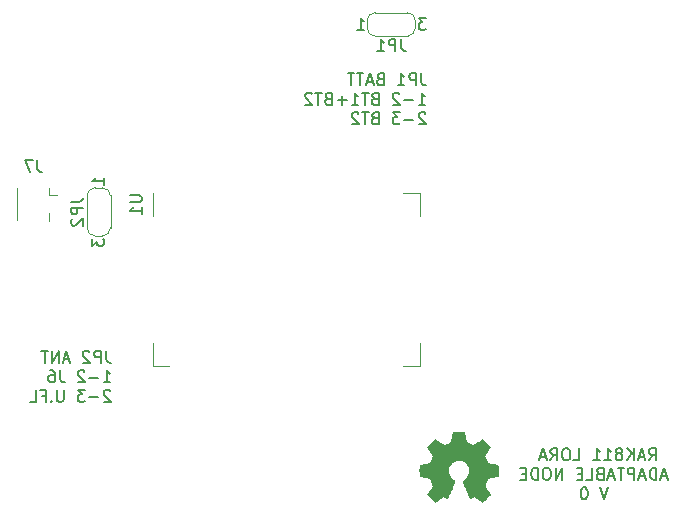
<source format=gbr>
G04 #@! TF.GenerationSoftware,KiCad,Pcbnew,5.1.5-52549c5~86~ubuntu18.04.1*
G04 #@! TF.CreationDate,2020-08-17T23:59:02-05:00*
G04 #@! TF.ProjectId,RAK811_LORA_ADAPTABLE_NODE,52414b38-3131-45f4-9c4f-52415f414441,rev?*
G04 #@! TF.SameCoordinates,Original*
G04 #@! TF.FileFunction,Legend,Bot*
G04 #@! TF.FilePolarity,Positive*
%FSLAX46Y46*%
G04 Gerber Fmt 4.6, Leading zero omitted, Abs format (unit mm)*
G04 Created by KiCad (PCBNEW 5.1.5-52549c5~86~ubuntu18.04.1) date 2020-08-17 23:59:02*
%MOMM*%
%LPD*%
G04 APERTURE LIST*
%ADD10C,0.150000*%
%ADD11C,0.010000*%
%ADD12C,0.120000*%
%ADD13O,1.802000X1.802000*%
%ADD14C,1.802000*%
%ADD15C,2.502000*%
%ADD16R,2.502000X2.502000*%
%ADD17C,2.102000*%
%ADD18C,2.742000*%
%ADD19R,1.602000X1.102000*%
%ADD20C,0.100000*%
%ADD21R,2.302000X1.152000*%
%ADD22R,1.152000X1.102000*%
%ADD23R,1.302000X2.102000*%
%ADD24R,2.102000X1.302000*%
%ADD25R,1.102000X1.602000*%
%ADD26C,3.102000*%
G04 APERTURE END LIST*
D10*
X153891666Y-139772380D02*
X154225000Y-139296190D01*
X154463095Y-139772380D02*
X154463095Y-138772380D01*
X154082142Y-138772380D01*
X153986904Y-138820000D01*
X153939285Y-138867619D01*
X153891666Y-138962857D01*
X153891666Y-139105714D01*
X153939285Y-139200952D01*
X153986904Y-139248571D01*
X154082142Y-139296190D01*
X154463095Y-139296190D01*
X153510714Y-139486666D02*
X153034523Y-139486666D01*
X153605952Y-139772380D02*
X153272619Y-138772380D01*
X152939285Y-139772380D01*
X152605952Y-139772380D02*
X152605952Y-138772380D01*
X152034523Y-139772380D02*
X152463095Y-139200952D01*
X152034523Y-138772380D02*
X152605952Y-139343809D01*
X151463095Y-139200952D02*
X151558333Y-139153333D01*
X151605952Y-139105714D01*
X151653571Y-139010476D01*
X151653571Y-138962857D01*
X151605952Y-138867619D01*
X151558333Y-138820000D01*
X151463095Y-138772380D01*
X151272619Y-138772380D01*
X151177380Y-138820000D01*
X151129761Y-138867619D01*
X151082142Y-138962857D01*
X151082142Y-139010476D01*
X151129761Y-139105714D01*
X151177380Y-139153333D01*
X151272619Y-139200952D01*
X151463095Y-139200952D01*
X151558333Y-139248571D01*
X151605952Y-139296190D01*
X151653571Y-139391428D01*
X151653571Y-139581904D01*
X151605952Y-139677142D01*
X151558333Y-139724761D01*
X151463095Y-139772380D01*
X151272619Y-139772380D01*
X151177380Y-139724761D01*
X151129761Y-139677142D01*
X151082142Y-139581904D01*
X151082142Y-139391428D01*
X151129761Y-139296190D01*
X151177380Y-139248571D01*
X151272619Y-139200952D01*
X150129761Y-139772380D02*
X150701190Y-139772380D01*
X150415476Y-139772380D02*
X150415476Y-138772380D01*
X150510714Y-138915238D01*
X150605952Y-139010476D01*
X150701190Y-139058095D01*
X149177380Y-139772380D02*
X149748809Y-139772380D01*
X149463095Y-139772380D02*
X149463095Y-138772380D01*
X149558333Y-138915238D01*
X149653571Y-139010476D01*
X149748809Y-139058095D01*
X147510714Y-139772380D02*
X147986904Y-139772380D01*
X147986904Y-138772380D01*
X146986904Y-138772380D02*
X146796428Y-138772380D01*
X146701190Y-138820000D01*
X146605952Y-138915238D01*
X146558333Y-139105714D01*
X146558333Y-139439047D01*
X146605952Y-139629523D01*
X146701190Y-139724761D01*
X146796428Y-139772380D01*
X146986904Y-139772380D01*
X147082142Y-139724761D01*
X147177380Y-139629523D01*
X147225000Y-139439047D01*
X147225000Y-139105714D01*
X147177380Y-138915238D01*
X147082142Y-138820000D01*
X146986904Y-138772380D01*
X145558333Y-139772380D02*
X145891666Y-139296190D01*
X146129761Y-139772380D02*
X146129761Y-138772380D01*
X145748809Y-138772380D01*
X145653571Y-138820000D01*
X145605952Y-138867619D01*
X145558333Y-138962857D01*
X145558333Y-139105714D01*
X145605952Y-139200952D01*
X145653571Y-139248571D01*
X145748809Y-139296190D01*
X146129761Y-139296190D01*
X145177380Y-139486666D02*
X144701190Y-139486666D01*
X145272619Y-139772380D02*
X144939285Y-138772380D01*
X144605952Y-139772380D01*
X155439285Y-141136666D02*
X154963095Y-141136666D01*
X155534523Y-141422380D02*
X155201190Y-140422380D01*
X154867857Y-141422380D01*
X154534523Y-141422380D02*
X154534523Y-140422380D01*
X154296428Y-140422380D01*
X154153571Y-140470000D01*
X154058333Y-140565238D01*
X154010714Y-140660476D01*
X153963095Y-140850952D01*
X153963095Y-140993809D01*
X154010714Y-141184285D01*
X154058333Y-141279523D01*
X154153571Y-141374761D01*
X154296428Y-141422380D01*
X154534523Y-141422380D01*
X153582142Y-141136666D02*
X153105952Y-141136666D01*
X153677380Y-141422380D02*
X153344047Y-140422380D01*
X153010714Y-141422380D01*
X152677380Y-141422380D02*
X152677380Y-140422380D01*
X152296428Y-140422380D01*
X152201190Y-140470000D01*
X152153571Y-140517619D01*
X152105952Y-140612857D01*
X152105952Y-140755714D01*
X152153571Y-140850952D01*
X152201190Y-140898571D01*
X152296428Y-140946190D01*
X152677380Y-140946190D01*
X151820238Y-140422380D02*
X151248809Y-140422380D01*
X151534523Y-141422380D02*
X151534523Y-140422380D01*
X150963095Y-141136666D02*
X150486904Y-141136666D01*
X151058333Y-141422380D02*
X150725000Y-140422380D01*
X150391666Y-141422380D01*
X149725000Y-140898571D02*
X149582142Y-140946190D01*
X149534523Y-140993809D01*
X149486904Y-141089047D01*
X149486904Y-141231904D01*
X149534523Y-141327142D01*
X149582142Y-141374761D01*
X149677380Y-141422380D01*
X150058333Y-141422380D01*
X150058333Y-140422380D01*
X149725000Y-140422380D01*
X149629761Y-140470000D01*
X149582142Y-140517619D01*
X149534523Y-140612857D01*
X149534523Y-140708095D01*
X149582142Y-140803333D01*
X149629761Y-140850952D01*
X149725000Y-140898571D01*
X150058333Y-140898571D01*
X148582142Y-141422380D02*
X149058333Y-141422380D01*
X149058333Y-140422380D01*
X148248809Y-140898571D02*
X147915476Y-140898571D01*
X147772619Y-141422380D02*
X148248809Y-141422380D01*
X148248809Y-140422380D01*
X147772619Y-140422380D01*
X146582142Y-141422380D02*
X146582142Y-140422380D01*
X146010714Y-141422380D01*
X146010714Y-140422380D01*
X145344047Y-140422380D02*
X145153571Y-140422380D01*
X145058333Y-140470000D01*
X144963095Y-140565238D01*
X144915476Y-140755714D01*
X144915476Y-141089047D01*
X144963095Y-141279523D01*
X145058333Y-141374761D01*
X145153571Y-141422380D01*
X145344047Y-141422380D01*
X145439285Y-141374761D01*
X145534523Y-141279523D01*
X145582142Y-141089047D01*
X145582142Y-140755714D01*
X145534523Y-140565238D01*
X145439285Y-140470000D01*
X145344047Y-140422380D01*
X144486904Y-141422380D02*
X144486904Y-140422380D01*
X144248809Y-140422380D01*
X144105952Y-140470000D01*
X144010714Y-140565238D01*
X143963095Y-140660476D01*
X143915476Y-140850952D01*
X143915476Y-140993809D01*
X143963095Y-141184285D01*
X144010714Y-141279523D01*
X144105952Y-141374761D01*
X144248809Y-141422380D01*
X144486904Y-141422380D01*
X143486904Y-140898571D02*
X143153571Y-140898571D01*
X143010714Y-141422380D02*
X143486904Y-141422380D01*
X143486904Y-140422380D01*
X143010714Y-140422380D01*
X150415476Y-142072380D02*
X150082142Y-143072380D01*
X149748809Y-142072380D01*
X148463095Y-142072380D02*
X148367857Y-142072380D01*
X148272619Y-142120000D01*
X148225000Y-142167619D01*
X148177380Y-142262857D01*
X148129761Y-142453333D01*
X148129761Y-142691428D01*
X148177380Y-142881904D01*
X148225000Y-142977142D01*
X148272619Y-143024761D01*
X148367857Y-143072380D01*
X148463095Y-143072380D01*
X148558333Y-143024761D01*
X148605952Y-142977142D01*
X148653571Y-142881904D01*
X148701190Y-142691428D01*
X148701190Y-142453333D01*
X148653571Y-142262857D01*
X148605952Y-142167619D01*
X148558333Y-142120000D01*
X148463095Y-142072380D01*
X134633690Y-107022380D02*
X134633690Y-107736666D01*
X134681309Y-107879523D01*
X134776547Y-107974761D01*
X134919404Y-108022380D01*
X135014642Y-108022380D01*
X134157500Y-108022380D02*
X134157500Y-107022380D01*
X133776547Y-107022380D01*
X133681309Y-107070000D01*
X133633690Y-107117619D01*
X133586071Y-107212857D01*
X133586071Y-107355714D01*
X133633690Y-107450952D01*
X133681309Y-107498571D01*
X133776547Y-107546190D01*
X134157500Y-107546190D01*
X132633690Y-108022380D02*
X133205119Y-108022380D01*
X132919404Y-108022380D02*
X132919404Y-107022380D01*
X133014642Y-107165238D01*
X133109880Y-107260476D01*
X133205119Y-107308095D01*
X131109880Y-107498571D02*
X130967023Y-107546190D01*
X130919404Y-107593809D01*
X130871785Y-107689047D01*
X130871785Y-107831904D01*
X130919404Y-107927142D01*
X130967023Y-107974761D01*
X131062261Y-108022380D01*
X131443214Y-108022380D01*
X131443214Y-107022380D01*
X131109880Y-107022380D01*
X131014642Y-107070000D01*
X130967023Y-107117619D01*
X130919404Y-107212857D01*
X130919404Y-107308095D01*
X130967023Y-107403333D01*
X131014642Y-107450952D01*
X131109880Y-107498571D01*
X131443214Y-107498571D01*
X130490833Y-107736666D02*
X130014642Y-107736666D01*
X130586071Y-108022380D02*
X130252738Y-107022380D01*
X129919404Y-108022380D01*
X129728928Y-107022380D02*
X129157500Y-107022380D01*
X129443214Y-108022380D02*
X129443214Y-107022380D01*
X128967023Y-107022380D02*
X128395595Y-107022380D01*
X128681309Y-108022380D02*
X128681309Y-107022380D01*
X134395595Y-109672380D02*
X134967023Y-109672380D01*
X134681309Y-109672380D02*
X134681309Y-108672380D01*
X134776547Y-108815238D01*
X134871785Y-108910476D01*
X134967023Y-108958095D01*
X133967023Y-109291428D02*
X133205119Y-109291428D01*
X132776547Y-108767619D02*
X132728928Y-108720000D01*
X132633690Y-108672380D01*
X132395595Y-108672380D01*
X132300357Y-108720000D01*
X132252738Y-108767619D01*
X132205119Y-108862857D01*
X132205119Y-108958095D01*
X132252738Y-109100952D01*
X132824166Y-109672380D01*
X132205119Y-109672380D01*
X130681309Y-109148571D02*
X130538452Y-109196190D01*
X130490833Y-109243809D01*
X130443214Y-109339047D01*
X130443214Y-109481904D01*
X130490833Y-109577142D01*
X130538452Y-109624761D01*
X130633690Y-109672380D01*
X131014642Y-109672380D01*
X131014642Y-108672380D01*
X130681309Y-108672380D01*
X130586071Y-108720000D01*
X130538452Y-108767619D01*
X130490833Y-108862857D01*
X130490833Y-108958095D01*
X130538452Y-109053333D01*
X130586071Y-109100952D01*
X130681309Y-109148571D01*
X131014642Y-109148571D01*
X130157500Y-108672380D02*
X129586071Y-108672380D01*
X129871785Y-109672380D02*
X129871785Y-108672380D01*
X128728928Y-109672380D02*
X129300357Y-109672380D01*
X129014642Y-109672380D02*
X129014642Y-108672380D01*
X129109880Y-108815238D01*
X129205119Y-108910476D01*
X129300357Y-108958095D01*
X128300357Y-109291428D02*
X127538452Y-109291428D01*
X127919404Y-109672380D02*
X127919404Y-108910476D01*
X126728928Y-109148571D02*
X126586071Y-109196190D01*
X126538452Y-109243809D01*
X126490833Y-109339047D01*
X126490833Y-109481904D01*
X126538452Y-109577142D01*
X126586071Y-109624761D01*
X126681309Y-109672380D01*
X127062261Y-109672380D01*
X127062261Y-108672380D01*
X126728928Y-108672380D01*
X126633690Y-108720000D01*
X126586071Y-108767619D01*
X126538452Y-108862857D01*
X126538452Y-108958095D01*
X126586071Y-109053333D01*
X126633690Y-109100952D01*
X126728928Y-109148571D01*
X127062261Y-109148571D01*
X126205119Y-108672380D02*
X125633690Y-108672380D01*
X125919404Y-109672380D02*
X125919404Y-108672380D01*
X125347976Y-108767619D02*
X125300357Y-108720000D01*
X125205119Y-108672380D01*
X124967023Y-108672380D01*
X124871785Y-108720000D01*
X124824166Y-108767619D01*
X124776547Y-108862857D01*
X124776547Y-108958095D01*
X124824166Y-109100952D01*
X125395595Y-109672380D01*
X124776547Y-109672380D01*
X134967023Y-110417619D02*
X134919404Y-110370000D01*
X134824166Y-110322380D01*
X134586071Y-110322380D01*
X134490833Y-110370000D01*
X134443214Y-110417619D01*
X134395595Y-110512857D01*
X134395595Y-110608095D01*
X134443214Y-110750952D01*
X135014642Y-111322380D01*
X134395595Y-111322380D01*
X133967023Y-110941428D02*
X133205119Y-110941428D01*
X132824166Y-110322380D02*
X132205119Y-110322380D01*
X132538452Y-110703333D01*
X132395595Y-110703333D01*
X132300357Y-110750952D01*
X132252738Y-110798571D01*
X132205119Y-110893809D01*
X132205119Y-111131904D01*
X132252738Y-111227142D01*
X132300357Y-111274761D01*
X132395595Y-111322380D01*
X132681309Y-111322380D01*
X132776547Y-111274761D01*
X132824166Y-111227142D01*
X130681309Y-110798571D02*
X130538452Y-110846190D01*
X130490833Y-110893809D01*
X130443214Y-110989047D01*
X130443214Y-111131904D01*
X130490833Y-111227142D01*
X130538452Y-111274761D01*
X130633690Y-111322380D01*
X131014642Y-111322380D01*
X131014642Y-110322380D01*
X130681309Y-110322380D01*
X130586071Y-110370000D01*
X130538452Y-110417619D01*
X130490833Y-110512857D01*
X130490833Y-110608095D01*
X130538452Y-110703333D01*
X130586071Y-110750952D01*
X130681309Y-110798571D01*
X131014642Y-110798571D01*
X130157500Y-110322380D02*
X129586071Y-110322380D01*
X129871785Y-111322380D02*
X129871785Y-110322380D01*
X129300357Y-110417619D02*
X129252738Y-110370000D01*
X129157500Y-110322380D01*
X128919404Y-110322380D01*
X128824166Y-110370000D01*
X128776547Y-110417619D01*
X128728928Y-110512857D01*
X128728928Y-110608095D01*
X128776547Y-110750952D01*
X129347976Y-111322380D01*
X128728928Y-111322380D01*
X107963690Y-130517380D02*
X107963690Y-131231666D01*
X108011309Y-131374523D01*
X108106547Y-131469761D01*
X108249404Y-131517380D01*
X108344642Y-131517380D01*
X107487500Y-131517380D02*
X107487500Y-130517380D01*
X107106547Y-130517380D01*
X107011309Y-130565000D01*
X106963690Y-130612619D01*
X106916071Y-130707857D01*
X106916071Y-130850714D01*
X106963690Y-130945952D01*
X107011309Y-130993571D01*
X107106547Y-131041190D01*
X107487500Y-131041190D01*
X106535119Y-130612619D02*
X106487500Y-130565000D01*
X106392261Y-130517380D01*
X106154166Y-130517380D01*
X106058928Y-130565000D01*
X106011309Y-130612619D01*
X105963690Y-130707857D01*
X105963690Y-130803095D01*
X106011309Y-130945952D01*
X106582738Y-131517380D01*
X105963690Y-131517380D01*
X104820833Y-131231666D02*
X104344642Y-131231666D01*
X104916071Y-131517380D02*
X104582738Y-130517380D01*
X104249404Y-131517380D01*
X103916071Y-131517380D02*
X103916071Y-130517380D01*
X103344642Y-131517380D01*
X103344642Y-130517380D01*
X103011309Y-130517380D02*
X102439880Y-130517380D01*
X102725595Y-131517380D02*
X102725595Y-130517380D01*
X107725595Y-133167380D02*
X108297023Y-133167380D01*
X108011309Y-133167380D02*
X108011309Y-132167380D01*
X108106547Y-132310238D01*
X108201785Y-132405476D01*
X108297023Y-132453095D01*
X107297023Y-132786428D02*
X106535119Y-132786428D01*
X106106547Y-132262619D02*
X106058928Y-132215000D01*
X105963690Y-132167380D01*
X105725595Y-132167380D01*
X105630357Y-132215000D01*
X105582738Y-132262619D01*
X105535119Y-132357857D01*
X105535119Y-132453095D01*
X105582738Y-132595952D01*
X106154166Y-133167380D01*
X105535119Y-133167380D01*
X104058928Y-132167380D02*
X104058928Y-132881666D01*
X104106547Y-133024523D01*
X104201785Y-133119761D01*
X104344642Y-133167380D01*
X104439880Y-133167380D01*
X103154166Y-132167380D02*
X103344642Y-132167380D01*
X103439880Y-132215000D01*
X103487500Y-132262619D01*
X103582738Y-132405476D01*
X103630357Y-132595952D01*
X103630357Y-132976904D01*
X103582738Y-133072142D01*
X103535119Y-133119761D01*
X103439880Y-133167380D01*
X103249404Y-133167380D01*
X103154166Y-133119761D01*
X103106547Y-133072142D01*
X103058928Y-132976904D01*
X103058928Y-132738809D01*
X103106547Y-132643571D01*
X103154166Y-132595952D01*
X103249404Y-132548333D01*
X103439880Y-132548333D01*
X103535119Y-132595952D01*
X103582738Y-132643571D01*
X103630357Y-132738809D01*
X108297023Y-133912619D02*
X108249404Y-133865000D01*
X108154166Y-133817380D01*
X107916071Y-133817380D01*
X107820833Y-133865000D01*
X107773214Y-133912619D01*
X107725595Y-134007857D01*
X107725595Y-134103095D01*
X107773214Y-134245952D01*
X108344642Y-134817380D01*
X107725595Y-134817380D01*
X107297023Y-134436428D02*
X106535119Y-134436428D01*
X106154166Y-133817380D02*
X105535119Y-133817380D01*
X105868452Y-134198333D01*
X105725595Y-134198333D01*
X105630357Y-134245952D01*
X105582738Y-134293571D01*
X105535119Y-134388809D01*
X105535119Y-134626904D01*
X105582738Y-134722142D01*
X105630357Y-134769761D01*
X105725595Y-134817380D01*
X106011309Y-134817380D01*
X106106547Y-134769761D01*
X106154166Y-134722142D01*
X104344642Y-133817380D02*
X104344642Y-134626904D01*
X104297023Y-134722142D01*
X104249404Y-134769761D01*
X104154166Y-134817380D01*
X103963690Y-134817380D01*
X103868452Y-134769761D01*
X103820833Y-134722142D01*
X103773214Y-134626904D01*
X103773214Y-133817380D01*
X103297023Y-134722142D02*
X103249404Y-134769761D01*
X103297023Y-134817380D01*
X103344642Y-134769761D01*
X103297023Y-134722142D01*
X103297023Y-134817380D01*
X102487500Y-134293571D02*
X102820833Y-134293571D01*
X102820833Y-134817380D02*
X102820833Y-133817380D01*
X102344642Y-133817380D01*
X101487500Y-134817380D02*
X101963690Y-134817380D01*
X101963690Y-133817380D01*
D11*
G36*
X137239186Y-137803931D02*
G01*
X137155365Y-138248555D01*
X136846080Y-138376053D01*
X136536794Y-138503551D01*
X136165754Y-138251246D01*
X136061843Y-138180996D01*
X135967913Y-138118272D01*
X135888348Y-138065938D01*
X135827530Y-138026857D01*
X135789843Y-138003893D01*
X135779579Y-137998942D01*
X135761090Y-138011676D01*
X135721580Y-138046882D01*
X135665478Y-138100062D01*
X135597213Y-138166718D01*
X135521214Y-138242354D01*
X135441908Y-138322472D01*
X135363725Y-138402574D01*
X135291093Y-138478164D01*
X135228441Y-138544745D01*
X135180197Y-138597818D01*
X135150790Y-138632887D01*
X135143759Y-138644623D01*
X135153877Y-138666260D01*
X135182241Y-138713662D01*
X135225871Y-138782193D01*
X135281782Y-138867215D01*
X135346994Y-138964093D01*
X135384781Y-139019350D01*
X135453657Y-139120248D01*
X135514860Y-139211299D01*
X135565422Y-139287970D01*
X135602372Y-139345728D01*
X135622742Y-139380043D01*
X135625803Y-139387254D01*
X135618864Y-139407748D01*
X135599949Y-139455513D01*
X135571913Y-139523832D01*
X135537609Y-139605989D01*
X135499891Y-139695270D01*
X135461613Y-139784958D01*
X135425630Y-139868338D01*
X135394794Y-139938694D01*
X135371961Y-139989310D01*
X135359983Y-140013471D01*
X135359276Y-140014422D01*
X135340469Y-140019036D01*
X135290382Y-140029328D01*
X135214207Y-140044287D01*
X135117135Y-140062901D01*
X135004357Y-140084159D01*
X134938558Y-140096418D01*
X134818050Y-140119362D01*
X134709203Y-140141195D01*
X134617524Y-140160722D01*
X134548519Y-140176748D01*
X134507696Y-140188079D01*
X134499489Y-140191674D01*
X134491452Y-140216006D01*
X134484967Y-140270959D01*
X134480030Y-140350108D01*
X134476636Y-140447026D01*
X134474782Y-140555287D01*
X134474462Y-140668465D01*
X134475673Y-140780135D01*
X134478410Y-140883868D01*
X134482669Y-140973241D01*
X134488445Y-141041826D01*
X134495733Y-141083197D01*
X134500105Y-141091810D01*
X134526236Y-141102133D01*
X134581607Y-141116892D01*
X134658893Y-141134352D01*
X134750770Y-141152780D01*
X134782842Y-141158741D01*
X134937476Y-141187066D01*
X135059625Y-141209876D01*
X135153327Y-141228080D01*
X135222616Y-141242583D01*
X135271529Y-141254292D01*
X135304103Y-141264115D01*
X135324372Y-141272956D01*
X135336374Y-141281724D01*
X135338053Y-141283457D01*
X135354816Y-141311371D01*
X135380386Y-141365695D01*
X135412212Y-141439777D01*
X135447740Y-141526965D01*
X135484417Y-141620608D01*
X135519689Y-141714052D01*
X135551004Y-141800647D01*
X135575807Y-141873740D01*
X135591546Y-141926678D01*
X135595668Y-141952811D01*
X135595324Y-141953726D01*
X135581359Y-141975086D01*
X135549678Y-142022084D01*
X135503609Y-142089827D01*
X135446482Y-142173423D01*
X135381627Y-142267982D01*
X135363157Y-142294854D01*
X135297301Y-142392275D01*
X135239350Y-142481163D01*
X135192462Y-142556412D01*
X135159793Y-142612920D01*
X135144500Y-142645581D01*
X135143759Y-142649593D01*
X135156608Y-142670684D01*
X135192112Y-142712464D01*
X135245707Y-142770445D01*
X135312829Y-142840135D01*
X135388913Y-142917045D01*
X135469396Y-142996683D01*
X135549713Y-143074561D01*
X135625301Y-143146186D01*
X135691595Y-143207070D01*
X135744031Y-143252721D01*
X135778045Y-143278650D01*
X135787455Y-143282883D01*
X135809357Y-143272912D01*
X135854200Y-143246020D01*
X135914679Y-143206736D01*
X135961211Y-143175117D01*
X136045525Y-143117098D01*
X136145374Y-143048784D01*
X136245527Y-142980579D01*
X136299373Y-142944075D01*
X136481629Y-142820800D01*
X136634619Y-142903520D01*
X136704318Y-142939759D01*
X136763586Y-142967926D01*
X136803689Y-142983991D01*
X136813897Y-142986226D01*
X136826171Y-142969722D01*
X136850387Y-142923082D01*
X136884737Y-142850609D01*
X136927412Y-142756606D01*
X136976606Y-142645374D01*
X137030510Y-142521215D01*
X137087316Y-142388432D01*
X137145218Y-142251327D01*
X137202407Y-142114202D01*
X137257076Y-141981358D01*
X137307416Y-141857098D01*
X137351620Y-141745725D01*
X137387881Y-141651539D01*
X137414391Y-141578844D01*
X137429342Y-141531941D01*
X137431746Y-141515833D01*
X137412689Y-141495286D01*
X137370964Y-141461933D01*
X137315294Y-141422702D01*
X137310622Y-141419599D01*
X137166736Y-141304423D01*
X137050717Y-141170053D01*
X136963570Y-141020784D01*
X136906301Y-140860913D01*
X136879914Y-140694737D01*
X136885415Y-140526552D01*
X136923810Y-140360655D01*
X136996105Y-140201342D01*
X137017374Y-140166487D01*
X137128004Y-140025737D01*
X137258698Y-139912714D01*
X137404936Y-139828003D01*
X137562192Y-139772194D01*
X137725943Y-139745874D01*
X137891667Y-139749630D01*
X138054838Y-139784050D01*
X138210935Y-139849723D01*
X138355433Y-139947235D01*
X138400131Y-139986813D01*
X138513888Y-140110703D01*
X138596782Y-140241124D01*
X138653644Y-140387315D01*
X138685313Y-140532088D01*
X138693131Y-140694860D01*
X138667062Y-140858440D01*
X138609755Y-141017298D01*
X138523856Y-141165906D01*
X138412014Y-141298735D01*
X138276877Y-141410256D01*
X138259117Y-141422011D01*
X138202850Y-141460508D01*
X138160077Y-141493863D01*
X138139628Y-141515160D01*
X138139331Y-141515833D01*
X138143721Y-141538871D01*
X138161124Y-141591157D01*
X138189732Y-141668390D01*
X138227735Y-141766268D01*
X138273326Y-141880491D01*
X138324697Y-142006758D01*
X138380038Y-142140767D01*
X138437542Y-142278218D01*
X138495399Y-142414808D01*
X138551802Y-142546237D01*
X138604942Y-142668205D01*
X138653010Y-142776409D01*
X138694199Y-142866549D01*
X138726699Y-142934323D01*
X138748703Y-142975430D01*
X138757564Y-142986226D01*
X138784640Y-142977819D01*
X138835303Y-142955272D01*
X138900817Y-142922613D01*
X138936841Y-142903520D01*
X139089832Y-142820800D01*
X139272088Y-142944075D01*
X139365125Y-143007228D01*
X139466985Y-143076727D01*
X139562438Y-143142165D01*
X139610250Y-143175117D01*
X139677495Y-143220273D01*
X139734436Y-143256057D01*
X139773646Y-143277938D01*
X139786381Y-143282563D01*
X139804917Y-143270085D01*
X139845941Y-143235252D01*
X139905475Y-143181678D01*
X139979542Y-143112983D01*
X140064165Y-143032781D01*
X140117685Y-142981286D01*
X140211319Y-142889286D01*
X140292241Y-142806999D01*
X140357177Y-142737945D01*
X140402858Y-142685644D01*
X140426011Y-142653616D01*
X140428232Y-142647116D01*
X140417924Y-142622394D01*
X140389439Y-142572405D01*
X140345937Y-142502212D01*
X140290577Y-142416875D01*
X140226520Y-142321456D01*
X140208303Y-142294854D01*
X140141927Y-142198167D01*
X140082378Y-142111117D01*
X140032984Y-142038595D01*
X139997075Y-141985493D01*
X139977981Y-141956703D01*
X139976136Y-141953726D01*
X139978895Y-141930782D01*
X139993538Y-141880336D01*
X140017513Y-141809041D01*
X140048266Y-141723547D01*
X140083244Y-141630507D01*
X140119893Y-141536574D01*
X140155661Y-141448399D01*
X140187994Y-141372634D01*
X140214338Y-141315931D01*
X140232142Y-141284943D01*
X140233407Y-141283457D01*
X140244294Y-141274601D01*
X140262682Y-141265843D01*
X140292606Y-141256277D01*
X140338103Y-141244996D01*
X140403209Y-141231093D01*
X140491961Y-141213663D01*
X140608393Y-141191798D01*
X140756542Y-141164591D01*
X140788618Y-141158741D01*
X140883686Y-141140374D01*
X140966565Y-141122405D01*
X141029930Y-141106569D01*
X141066458Y-141094600D01*
X141071356Y-141091810D01*
X141079427Y-141067072D01*
X141085987Y-141011790D01*
X141091033Y-140932389D01*
X141094559Y-140835296D01*
X141096561Y-140726938D01*
X141097036Y-140613740D01*
X141095977Y-140502128D01*
X141093382Y-140398529D01*
X141089246Y-140309368D01*
X141083563Y-140241072D01*
X141076331Y-140200066D01*
X141071971Y-140191674D01*
X141047698Y-140183208D01*
X140992426Y-140169435D01*
X140911662Y-140151550D01*
X140810912Y-140130748D01*
X140695683Y-140108223D01*
X140632902Y-140096418D01*
X140513787Y-140074151D01*
X140407565Y-140053979D01*
X140319427Y-140036915D01*
X140254566Y-140023969D01*
X140218174Y-140016155D01*
X140212184Y-140014422D01*
X140202061Y-139994890D01*
X140180662Y-139947843D01*
X140150839Y-139880003D01*
X140115445Y-139798091D01*
X140077332Y-139708828D01*
X140039353Y-139618935D01*
X140004360Y-139535135D01*
X139975206Y-139464147D01*
X139954743Y-139412694D01*
X139945823Y-139387497D01*
X139945657Y-139386396D01*
X139955769Y-139366519D01*
X139984117Y-139320777D01*
X140027723Y-139253717D01*
X140083606Y-139169884D01*
X140148787Y-139073826D01*
X140186679Y-139018650D01*
X140255725Y-138917481D01*
X140317050Y-138825630D01*
X140367663Y-138747744D01*
X140404571Y-138688469D01*
X140424782Y-138652451D01*
X140427701Y-138644377D01*
X140415153Y-138625584D01*
X140380463Y-138585457D01*
X140328063Y-138528493D01*
X140262384Y-138459185D01*
X140187856Y-138382031D01*
X140108913Y-138301525D01*
X140029983Y-138222163D01*
X139955500Y-138148440D01*
X139889894Y-138084852D01*
X139837596Y-138035894D01*
X139803039Y-138006061D01*
X139791478Y-137998942D01*
X139772654Y-138008953D01*
X139727631Y-138037078D01*
X139660787Y-138080454D01*
X139576499Y-138136218D01*
X139479144Y-138201506D01*
X139405707Y-138251246D01*
X139034667Y-138503551D01*
X138416095Y-138248555D01*
X138332275Y-137803931D01*
X138248454Y-137359307D01*
X137323006Y-137359307D01*
X137239186Y-137803931D01*
G37*
X137239186Y-137803931D02*
X137155365Y-138248555D01*
X136846080Y-138376053D01*
X136536794Y-138503551D01*
X136165754Y-138251246D01*
X136061843Y-138180996D01*
X135967913Y-138118272D01*
X135888348Y-138065938D01*
X135827530Y-138026857D01*
X135789843Y-138003893D01*
X135779579Y-137998942D01*
X135761090Y-138011676D01*
X135721580Y-138046882D01*
X135665478Y-138100062D01*
X135597213Y-138166718D01*
X135521214Y-138242354D01*
X135441908Y-138322472D01*
X135363725Y-138402574D01*
X135291093Y-138478164D01*
X135228441Y-138544745D01*
X135180197Y-138597818D01*
X135150790Y-138632887D01*
X135143759Y-138644623D01*
X135153877Y-138666260D01*
X135182241Y-138713662D01*
X135225871Y-138782193D01*
X135281782Y-138867215D01*
X135346994Y-138964093D01*
X135384781Y-139019350D01*
X135453657Y-139120248D01*
X135514860Y-139211299D01*
X135565422Y-139287970D01*
X135602372Y-139345728D01*
X135622742Y-139380043D01*
X135625803Y-139387254D01*
X135618864Y-139407748D01*
X135599949Y-139455513D01*
X135571913Y-139523832D01*
X135537609Y-139605989D01*
X135499891Y-139695270D01*
X135461613Y-139784958D01*
X135425630Y-139868338D01*
X135394794Y-139938694D01*
X135371961Y-139989310D01*
X135359983Y-140013471D01*
X135359276Y-140014422D01*
X135340469Y-140019036D01*
X135290382Y-140029328D01*
X135214207Y-140044287D01*
X135117135Y-140062901D01*
X135004357Y-140084159D01*
X134938558Y-140096418D01*
X134818050Y-140119362D01*
X134709203Y-140141195D01*
X134617524Y-140160722D01*
X134548519Y-140176748D01*
X134507696Y-140188079D01*
X134499489Y-140191674D01*
X134491452Y-140216006D01*
X134484967Y-140270959D01*
X134480030Y-140350108D01*
X134476636Y-140447026D01*
X134474782Y-140555287D01*
X134474462Y-140668465D01*
X134475673Y-140780135D01*
X134478410Y-140883868D01*
X134482669Y-140973241D01*
X134488445Y-141041826D01*
X134495733Y-141083197D01*
X134500105Y-141091810D01*
X134526236Y-141102133D01*
X134581607Y-141116892D01*
X134658893Y-141134352D01*
X134750770Y-141152780D01*
X134782842Y-141158741D01*
X134937476Y-141187066D01*
X135059625Y-141209876D01*
X135153327Y-141228080D01*
X135222616Y-141242583D01*
X135271529Y-141254292D01*
X135304103Y-141264115D01*
X135324372Y-141272956D01*
X135336374Y-141281724D01*
X135338053Y-141283457D01*
X135354816Y-141311371D01*
X135380386Y-141365695D01*
X135412212Y-141439777D01*
X135447740Y-141526965D01*
X135484417Y-141620608D01*
X135519689Y-141714052D01*
X135551004Y-141800647D01*
X135575807Y-141873740D01*
X135591546Y-141926678D01*
X135595668Y-141952811D01*
X135595324Y-141953726D01*
X135581359Y-141975086D01*
X135549678Y-142022084D01*
X135503609Y-142089827D01*
X135446482Y-142173423D01*
X135381627Y-142267982D01*
X135363157Y-142294854D01*
X135297301Y-142392275D01*
X135239350Y-142481163D01*
X135192462Y-142556412D01*
X135159793Y-142612920D01*
X135144500Y-142645581D01*
X135143759Y-142649593D01*
X135156608Y-142670684D01*
X135192112Y-142712464D01*
X135245707Y-142770445D01*
X135312829Y-142840135D01*
X135388913Y-142917045D01*
X135469396Y-142996683D01*
X135549713Y-143074561D01*
X135625301Y-143146186D01*
X135691595Y-143207070D01*
X135744031Y-143252721D01*
X135778045Y-143278650D01*
X135787455Y-143282883D01*
X135809357Y-143272912D01*
X135854200Y-143246020D01*
X135914679Y-143206736D01*
X135961211Y-143175117D01*
X136045525Y-143117098D01*
X136145374Y-143048784D01*
X136245527Y-142980579D01*
X136299373Y-142944075D01*
X136481629Y-142820800D01*
X136634619Y-142903520D01*
X136704318Y-142939759D01*
X136763586Y-142967926D01*
X136803689Y-142983991D01*
X136813897Y-142986226D01*
X136826171Y-142969722D01*
X136850387Y-142923082D01*
X136884737Y-142850609D01*
X136927412Y-142756606D01*
X136976606Y-142645374D01*
X137030510Y-142521215D01*
X137087316Y-142388432D01*
X137145218Y-142251327D01*
X137202407Y-142114202D01*
X137257076Y-141981358D01*
X137307416Y-141857098D01*
X137351620Y-141745725D01*
X137387881Y-141651539D01*
X137414391Y-141578844D01*
X137429342Y-141531941D01*
X137431746Y-141515833D01*
X137412689Y-141495286D01*
X137370964Y-141461933D01*
X137315294Y-141422702D01*
X137310622Y-141419599D01*
X137166736Y-141304423D01*
X137050717Y-141170053D01*
X136963570Y-141020784D01*
X136906301Y-140860913D01*
X136879914Y-140694737D01*
X136885415Y-140526552D01*
X136923810Y-140360655D01*
X136996105Y-140201342D01*
X137017374Y-140166487D01*
X137128004Y-140025737D01*
X137258698Y-139912714D01*
X137404936Y-139828003D01*
X137562192Y-139772194D01*
X137725943Y-139745874D01*
X137891667Y-139749630D01*
X138054838Y-139784050D01*
X138210935Y-139849723D01*
X138355433Y-139947235D01*
X138400131Y-139986813D01*
X138513888Y-140110703D01*
X138596782Y-140241124D01*
X138653644Y-140387315D01*
X138685313Y-140532088D01*
X138693131Y-140694860D01*
X138667062Y-140858440D01*
X138609755Y-141017298D01*
X138523856Y-141165906D01*
X138412014Y-141298735D01*
X138276877Y-141410256D01*
X138259117Y-141422011D01*
X138202850Y-141460508D01*
X138160077Y-141493863D01*
X138139628Y-141515160D01*
X138139331Y-141515833D01*
X138143721Y-141538871D01*
X138161124Y-141591157D01*
X138189732Y-141668390D01*
X138227735Y-141766268D01*
X138273326Y-141880491D01*
X138324697Y-142006758D01*
X138380038Y-142140767D01*
X138437542Y-142278218D01*
X138495399Y-142414808D01*
X138551802Y-142546237D01*
X138604942Y-142668205D01*
X138653010Y-142776409D01*
X138694199Y-142866549D01*
X138726699Y-142934323D01*
X138748703Y-142975430D01*
X138757564Y-142986226D01*
X138784640Y-142977819D01*
X138835303Y-142955272D01*
X138900817Y-142922613D01*
X138936841Y-142903520D01*
X139089832Y-142820800D01*
X139272088Y-142944075D01*
X139365125Y-143007228D01*
X139466985Y-143076727D01*
X139562438Y-143142165D01*
X139610250Y-143175117D01*
X139677495Y-143220273D01*
X139734436Y-143256057D01*
X139773646Y-143277938D01*
X139786381Y-143282563D01*
X139804917Y-143270085D01*
X139845941Y-143235252D01*
X139905475Y-143181678D01*
X139979542Y-143112983D01*
X140064165Y-143032781D01*
X140117685Y-142981286D01*
X140211319Y-142889286D01*
X140292241Y-142806999D01*
X140357177Y-142737945D01*
X140402858Y-142685644D01*
X140426011Y-142653616D01*
X140428232Y-142647116D01*
X140417924Y-142622394D01*
X140389439Y-142572405D01*
X140345937Y-142502212D01*
X140290577Y-142416875D01*
X140226520Y-142321456D01*
X140208303Y-142294854D01*
X140141927Y-142198167D01*
X140082378Y-142111117D01*
X140032984Y-142038595D01*
X139997075Y-141985493D01*
X139977981Y-141956703D01*
X139976136Y-141953726D01*
X139978895Y-141930782D01*
X139993538Y-141880336D01*
X140017513Y-141809041D01*
X140048266Y-141723547D01*
X140083244Y-141630507D01*
X140119893Y-141536574D01*
X140155661Y-141448399D01*
X140187994Y-141372634D01*
X140214338Y-141315931D01*
X140232142Y-141284943D01*
X140233407Y-141283457D01*
X140244294Y-141274601D01*
X140262682Y-141265843D01*
X140292606Y-141256277D01*
X140338103Y-141244996D01*
X140403209Y-141231093D01*
X140491961Y-141213663D01*
X140608393Y-141191798D01*
X140756542Y-141164591D01*
X140788618Y-141158741D01*
X140883686Y-141140374D01*
X140966565Y-141122405D01*
X141029930Y-141106569D01*
X141066458Y-141094600D01*
X141071356Y-141091810D01*
X141079427Y-141067072D01*
X141085987Y-141011790D01*
X141091033Y-140932389D01*
X141094559Y-140835296D01*
X141096561Y-140726938D01*
X141097036Y-140613740D01*
X141095977Y-140502128D01*
X141093382Y-140398529D01*
X141089246Y-140309368D01*
X141083563Y-140241072D01*
X141076331Y-140200066D01*
X141071971Y-140191674D01*
X141047698Y-140183208D01*
X140992426Y-140169435D01*
X140911662Y-140151550D01*
X140810912Y-140130748D01*
X140695683Y-140108223D01*
X140632902Y-140096418D01*
X140513787Y-140074151D01*
X140407565Y-140053979D01*
X140319427Y-140036915D01*
X140254566Y-140023969D01*
X140218174Y-140016155D01*
X140212184Y-140014422D01*
X140202061Y-139994890D01*
X140180662Y-139947843D01*
X140150839Y-139880003D01*
X140115445Y-139798091D01*
X140077332Y-139708828D01*
X140039353Y-139618935D01*
X140004360Y-139535135D01*
X139975206Y-139464147D01*
X139954743Y-139412694D01*
X139945823Y-139387497D01*
X139945657Y-139386396D01*
X139955769Y-139366519D01*
X139984117Y-139320777D01*
X140027723Y-139253717D01*
X140083606Y-139169884D01*
X140148787Y-139073826D01*
X140186679Y-139018650D01*
X140255725Y-138917481D01*
X140317050Y-138825630D01*
X140367663Y-138747744D01*
X140404571Y-138688469D01*
X140424782Y-138652451D01*
X140427701Y-138644377D01*
X140415153Y-138625584D01*
X140380463Y-138585457D01*
X140328063Y-138528493D01*
X140262384Y-138459185D01*
X140187856Y-138382031D01*
X140108913Y-138301525D01*
X140029983Y-138222163D01*
X139955500Y-138148440D01*
X139889894Y-138084852D01*
X139837596Y-138035894D01*
X139803039Y-138006061D01*
X139791478Y-137998942D01*
X139772654Y-138008953D01*
X139727631Y-138037078D01*
X139660787Y-138080454D01*
X139576499Y-138136218D01*
X139479144Y-138201506D01*
X139405707Y-138251246D01*
X139034667Y-138503551D01*
X138416095Y-138248555D01*
X138332275Y-137803931D01*
X138248454Y-137359307D01*
X137323006Y-137359307D01*
X137239186Y-137803931D01*
D12*
X107015000Y-116695000D02*
G75*
G03X106315000Y-117395000I0J-700000D01*
G01*
X108315000Y-117395000D02*
G75*
G03X107615000Y-116695000I-700000J0D01*
G01*
X107615000Y-120795000D02*
G75*
G03X108315000Y-120095000I0J700000D01*
G01*
X106315000Y-120095000D02*
G75*
G03X107015000Y-120795000I700000J0D01*
G01*
X106315000Y-117345000D02*
X106315000Y-120145000D01*
X107015000Y-120795000D02*
X107615000Y-120795000D01*
X108315000Y-120145000D02*
X108315000Y-117345000D01*
X107615000Y-116695000D02*
X107015000Y-116695000D01*
X103120000Y-116710000D02*
X103120000Y-117350000D01*
X103120000Y-119510000D02*
X103120000Y-118870000D01*
X103120000Y-117350000D02*
X103750000Y-117350000D01*
X100400000Y-116760000D02*
X100400000Y-119460000D01*
X134490000Y-119060000D02*
X134490000Y-117160000D01*
X134490000Y-117160000D02*
X133090000Y-117160000D01*
X134490000Y-129860000D02*
X134490000Y-131760000D01*
X133090000Y-131760000D02*
X134490000Y-131760000D01*
X111890000Y-117160000D02*
X111890000Y-119060000D01*
X111890000Y-129860000D02*
X111890000Y-131760000D01*
X111890000Y-131760000D02*
X113290000Y-131760000D01*
X130030000Y-103170000D02*
G75*
G03X130730000Y-103870000I700000J0D01*
G01*
X130730000Y-101870000D02*
G75*
G03X130030000Y-102570000I0J-700000D01*
G01*
X134130000Y-102570000D02*
G75*
G03X133430000Y-101870000I-700000J0D01*
G01*
X133430000Y-103870000D02*
G75*
G03X134130000Y-103170000I0J700000D01*
G01*
X130680000Y-103870000D02*
X133480000Y-103870000D01*
X134130000Y-103170000D02*
X134130000Y-102570000D01*
X133480000Y-101870000D02*
X130680000Y-101870000D01*
X130030000Y-102570000D02*
X130030000Y-103170000D01*
D10*
X104967380Y-117911666D02*
X105681666Y-117911666D01*
X105824523Y-117864047D01*
X105919761Y-117768809D01*
X105967380Y-117625952D01*
X105967380Y-117530714D01*
X105967380Y-118387857D02*
X104967380Y-118387857D01*
X104967380Y-118768809D01*
X105015000Y-118864047D01*
X105062619Y-118911666D01*
X105157857Y-118959285D01*
X105300714Y-118959285D01*
X105395952Y-118911666D01*
X105443571Y-118864047D01*
X105491190Y-118768809D01*
X105491190Y-118387857D01*
X105062619Y-119340238D02*
X105015000Y-119387857D01*
X104967380Y-119483095D01*
X104967380Y-119721190D01*
X105015000Y-119816428D01*
X105062619Y-119864047D01*
X105157857Y-119911666D01*
X105253095Y-119911666D01*
X105395952Y-119864047D01*
X105967380Y-119292619D01*
X105967380Y-119911666D01*
X107767380Y-116430714D02*
X107767380Y-115859285D01*
X107767380Y-116145000D02*
X106767380Y-116145000D01*
X106910238Y-116049761D01*
X107005476Y-115954523D01*
X107053095Y-115859285D01*
X106767380Y-121011666D02*
X106767380Y-121630714D01*
X107148333Y-121297380D01*
X107148333Y-121440238D01*
X107195952Y-121535476D01*
X107243571Y-121583095D01*
X107338809Y-121630714D01*
X107576904Y-121630714D01*
X107672142Y-121583095D01*
X107719761Y-121535476D01*
X107767380Y-121440238D01*
X107767380Y-121154523D01*
X107719761Y-121059285D01*
X107672142Y-121011666D01*
X102093333Y-114362380D02*
X102093333Y-115076666D01*
X102140952Y-115219523D01*
X102236190Y-115314761D01*
X102379047Y-115362380D01*
X102474285Y-115362380D01*
X101712380Y-114362380D02*
X101045714Y-114362380D01*
X101474285Y-115362380D01*
X109942380Y-117348095D02*
X110751904Y-117348095D01*
X110847142Y-117395714D01*
X110894761Y-117443333D01*
X110942380Y-117538571D01*
X110942380Y-117729047D01*
X110894761Y-117824285D01*
X110847142Y-117871904D01*
X110751904Y-117919523D01*
X109942380Y-117919523D01*
X110942380Y-118919523D02*
X110942380Y-118348095D01*
X110942380Y-118633809D02*
X109942380Y-118633809D01*
X110085238Y-118538571D01*
X110180476Y-118443333D01*
X110228095Y-118348095D01*
X132913333Y-104122380D02*
X132913333Y-104836666D01*
X132960952Y-104979523D01*
X133056190Y-105074761D01*
X133199047Y-105122380D01*
X133294285Y-105122380D01*
X132437142Y-105122380D02*
X132437142Y-104122380D01*
X132056190Y-104122380D01*
X131960952Y-104170000D01*
X131913333Y-104217619D01*
X131865714Y-104312857D01*
X131865714Y-104455714D01*
X131913333Y-104550952D01*
X131960952Y-104598571D01*
X132056190Y-104646190D01*
X132437142Y-104646190D01*
X130913333Y-105122380D02*
X131484761Y-105122380D01*
X131199047Y-105122380D02*
X131199047Y-104122380D01*
X131294285Y-104265238D01*
X131389523Y-104360476D01*
X131484761Y-104408095D01*
X129194285Y-103322380D02*
X129765714Y-103322380D01*
X129480000Y-103322380D02*
X129480000Y-102322380D01*
X129575238Y-102465238D01*
X129670476Y-102560476D01*
X129765714Y-102608095D01*
X135013333Y-102322380D02*
X134394285Y-102322380D01*
X134727619Y-102703333D01*
X134584761Y-102703333D01*
X134489523Y-102750952D01*
X134441904Y-102798571D01*
X134394285Y-102893809D01*
X134394285Y-103131904D01*
X134441904Y-103227142D01*
X134489523Y-103274761D01*
X134584761Y-103322380D01*
X134870476Y-103322380D01*
X134965714Y-103274761D01*
X135013333Y-103227142D01*
%LPC*%
D13*
X159955000Y-121885000D03*
X157415000Y-121885000D03*
X154875000Y-121885000D03*
X152335000Y-121885000D03*
X149795000Y-121885000D03*
X147255000Y-121885000D03*
X144715000Y-121885000D03*
X142175000Y-121885000D03*
D14*
X139635000Y-121885000D03*
D13*
X159955000Y-124425000D03*
X157415000Y-124425000D03*
X154875000Y-124425000D03*
X152335000Y-124425000D03*
X149795000Y-124425000D03*
X147255000Y-124425000D03*
X144715000Y-124425000D03*
X142175000Y-124425000D03*
D14*
X139635000Y-124425000D03*
D13*
X159955000Y-126965000D03*
X157415000Y-126965000D03*
X154875000Y-126965000D03*
X152335000Y-126965000D03*
X149795000Y-126965000D03*
X147255000Y-126965000D03*
X144715000Y-126965000D03*
X142175000Y-126965000D03*
D14*
X139635000Y-126965000D03*
X103505000Y-111760000D03*
X165035000Y-119345000D03*
D15*
X169910000Y-108400000D03*
X169910000Y-111900000D03*
D16*
X169910000Y-115400000D03*
D13*
X137095000Y-119345000D03*
X139635000Y-119345000D03*
X142175000Y-119345000D03*
X144715000Y-119345000D03*
X147255000Y-119345000D03*
X149795000Y-119345000D03*
X152335000Y-119345000D03*
X154875000Y-119345000D03*
X157415000Y-119345000D03*
X159955000Y-119345000D03*
D14*
X162495000Y-119345000D03*
D13*
X162495000Y-129505000D03*
X159955000Y-129505000D03*
X157415000Y-129505000D03*
X154875000Y-129505000D03*
X152335000Y-129505000D03*
X149795000Y-129505000D03*
X147255000Y-129505000D03*
X144715000Y-129505000D03*
X142175000Y-129505000D03*
X139635000Y-129505000D03*
D14*
X137095000Y-129505000D03*
D13*
X137095000Y-121885000D03*
X137095000Y-124425000D03*
D14*
X137095000Y-126965000D03*
D13*
X162495000Y-121885000D03*
X162495000Y-124425000D03*
D14*
X162495000Y-126965000D03*
D17*
X110220000Y-109085000D03*
X162210000Y-109085000D03*
D18*
X159450000Y-115080000D03*
X112970000Y-103090000D03*
D19*
X107315000Y-118745000D03*
D20*
G36*
X108115398Y-120051112D02*
G01*
X108115398Y-120069534D01*
X108115152Y-120074533D01*
X108110342Y-120123364D01*
X108109608Y-120128314D01*
X108100036Y-120176439D01*
X108098820Y-120181295D01*
X108084576Y-120228250D01*
X108082890Y-120232961D01*
X108064113Y-120278294D01*
X108061973Y-120282820D01*
X108038842Y-120326093D01*
X108036269Y-120330384D01*
X108009009Y-120371183D01*
X108006027Y-120375204D01*
X107974899Y-120413133D01*
X107971538Y-120416841D01*
X107936841Y-120451538D01*
X107933133Y-120454899D01*
X107895204Y-120486027D01*
X107891183Y-120489009D01*
X107850384Y-120516269D01*
X107846093Y-120518842D01*
X107802820Y-120541973D01*
X107798294Y-120544113D01*
X107752961Y-120562890D01*
X107748250Y-120564576D01*
X107701295Y-120578820D01*
X107696439Y-120580036D01*
X107648314Y-120589608D01*
X107643364Y-120590342D01*
X107594533Y-120595152D01*
X107589534Y-120595398D01*
X107571112Y-120595398D01*
X107565000Y-120596000D01*
X107065000Y-120596000D01*
X107058888Y-120595398D01*
X107040466Y-120595398D01*
X107035467Y-120595152D01*
X106986636Y-120590342D01*
X106981686Y-120589608D01*
X106933561Y-120580036D01*
X106928705Y-120578820D01*
X106881750Y-120564576D01*
X106877039Y-120562890D01*
X106831706Y-120544113D01*
X106827180Y-120541973D01*
X106783907Y-120518842D01*
X106779616Y-120516269D01*
X106738817Y-120489009D01*
X106734796Y-120486027D01*
X106696867Y-120454899D01*
X106693159Y-120451538D01*
X106658462Y-120416841D01*
X106655101Y-120413133D01*
X106623973Y-120375204D01*
X106620991Y-120371183D01*
X106593731Y-120330384D01*
X106591158Y-120326093D01*
X106568027Y-120282820D01*
X106565887Y-120278294D01*
X106547110Y-120232961D01*
X106545424Y-120228250D01*
X106531180Y-120181295D01*
X106529964Y-120176439D01*
X106520392Y-120128314D01*
X106519658Y-120123364D01*
X106514848Y-120074533D01*
X106514602Y-120069534D01*
X106514602Y-120051112D01*
X106514000Y-120045000D01*
X106514000Y-119495000D01*
X106514980Y-119485050D01*
X106517882Y-119475483D01*
X106522595Y-119466666D01*
X106528938Y-119458938D01*
X106536666Y-119452595D01*
X106545483Y-119447882D01*
X106555050Y-119444980D01*
X106565000Y-119444000D01*
X108065000Y-119444000D01*
X108074950Y-119444980D01*
X108084517Y-119447882D01*
X108093334Y-119452595D01*
X108101062Y-119458938D01*
X108107405Y-119466666D01*
X108112118Y-119475483D01*
X108115020Y-119485050D01*
X108116000Y-119495000D01*
X108116000Y-120045000D01*
X108115398Y-120051112D01*
G37*
G36*
X108115020Y-118004950D02*
G01*
X108112118Y-118014517D01*
X108107405Y-118023334D01*
X108101062Y-118031062D01*
X108093334Y-118037405D01*
X108084517Y-118042118D01*
X108074950Y-118045020D01*
X108065000Y-118046000D01*
X106565000Y-118046000D01*
X106555050Y-118045020D01*
X106545483Y-118042118D01*
X106536666Y-118037405D01*
X106528938Y-118031062D01*
X106522595Y-118023334D01*
X106517882Y-118014517D01*
X106514980Y-118004950D01*
X106514000Y-117995000D01*
X106514000Y-117445000D01*
X106514602Y-117438888D01*
X106514602Y-117420466D01*
X106514848Y-117415467D01*
X106519658Y-117366636D01*
X106520392Y-117361686D01*
X106529964Y-117313561D01*
X106531180Y-117308705D01*
X106545424Y-117261750D01*
X106547110Y-117257039D01*
X106565887Y-117211706D01*
X106568027Y-117207180D01*
X106591158Y-117163907D01*
X106593731Y-117159616D01*
X106620991Y-117118817D01*
X106623973Y-117114796D01*
X106655101Y-117076867D01*
X106658462Y-117073159D01*
X106693159Y-117038462D01*
X106696867Y-117035101D01*
X106734796Y-117003973D01*
X106738817Y-117000991D01*
X106779616Y-116973731D01*
X106783907Y-116971158D01*
X106827180Y-116948027D01*
X106831706Y-116945887D01*
X106877039Y-116927110D01*
X106881750Y-116925424D01*
X106928705Y-116911180D01*
X106933561Y-116909964D01*
X106981686Y-116900392D01*
X106986636Y-116899658D01*
X107035467Y-116894848D01*
X107040466Y-116894602D01*
X107058888Y-116894602D01*
X107065000Y-116894000D01*
X107565000Y-116894000D01*
X107571112Y-116894602D01*
X107589534Y-116894602D01*
X107594533Y-116894848D01*
X107643364Y-116899658D01*
X107648314Y-116900392D01*
X107696439Y-116909964D01*
X107701295Y-116911180D01*
X107748250Y-116925424D01*
X107752961Y-116927110D01*
X107798294Y-116945887D01*
X107802820Y-116948027D01*
X107846093Y-116971158D01*
X107850384Y-116973731D01*
X107891183Y-117000991D01*
X107895204Y-117003973D01*
X107933133Y-117035101D01*
X107936841Y-117038462D01*
X107971538Y-117073159D01*
X107974899Y-117076867D01*
X108006027Y-117114796D01*
X108009009Y-117118817D01*
X108036269Y-117159616D01*
X108038842Y-117163907D01*
X108061973Y-117207180D01*
X108064113Y-117211706D01*
X108082890Y-117257039D01*
X108084576Y-117261750D01*
X108098820Y-117308705D01*
X108100036Y-117313561D01*
X108109608Y-117361686D01*
X108110342Y-117366636D01*
X108115152Y-117415467D01*
X108115398Y-117420466D01*
X108115398Y-117438888D01*
X108116000Y-117445000D01*
X108116000Y-117995000D01*
X108115020Y-118004950D01*
G37*
D21*
X101760000Y-116635000D03*
D22*
X103285000Y-118110000D03*
D21*
X101760000Y-119585000D03*
D23*
X123190000Y-117710000D03*
X123190000Y-131210000D03*
D24*
X112440000Y-125360000D03*
X112440000Y-123560000D03*
X133940000Y-123560000D03*
X133940000Y-125360000D03*
D23*
X121390000Y-117710000D03*
X119590000Y-117710000D03*
X117790000Y-117710000D03*
X115990000Y-117710000D03*
X114190000Y-117710000D03*
X124990000Y-117710000D03*
X126790000Y-117710000D03*
X128590000Y-117710000D03*
X130390000Y-117710000D03*
X132190000Y-117710000D03*
D24*
X133940000Y-121760000D03*
X133940000Y-119960000D03*
X133940000Y-127160000D03*
X133940000Y-128960000D03*
D23*
X132190000Y-131210000D03*
X130390000Y-131210000D03*
X128590000Y-131210000D03*
X126790000Y-131210000D03*
X124990000Y-131210000D03*
X121390000Y-131210000D03*
X119590000Y-131210000D03*
X117790000Y-131210000D03*
X115990000Y-131210000D03*
X114190000Y-131210000D03*
D24*
X112440000Y-127160000D03*
X112440000Y-128960000D03*
X112440000Y-121760000D03*
X112440000Y-119960000D03*
D15*
X169910000Y-133335000D03*
X169910000Y-136835000D03*
D16*
X169910000Y-140335000D03*
D25*
X132080000Y-102870000D03*
D20*
G36*
X133386112Y-102069602D02*
G01*
X133404534Y-102069602D01*
X133409533Y-102069848D01*
X133458364Y-102074658D01*
X133463314Y-102075392D01*
X133511439Y-102084964D01*
X133516295Y-102086180D01*
X133563250Y-102100424D01*
X133567961Y-102102110D01*
X133613294Y-102120887D01*
X133617820Y-102123027D01*
X133661093Y-102146158D01*
X133665384Y-102148731D01*
X133706183Y-102175991D01*
X133710204Y-102178973D01*
X133748133Y-102210101D01*
X133751841Y-102213462D01*
X133786538Y-102248159D01*
X133789899Y-102251867D01*
X133821027Y-102289796D01*
X133824009Y-102293817D01*
X133851269Y-102334616D01*
X133853842Y-102338907D01*
X133876973Y-102382180D01*
X133879113Y-102386706D01*
X133897890Y-102432039D01*
X133899576Y-102436750D01*
X133913820Y-102483705D01*
X133915036Y-102488561D01*
X133924608Y-102536686D01*
X133925342Y-102541636D01*
X133930152Y-102590467D01*
X133930398Y-102595466D01*
X133930398Y-102613888D01*
X133931000Y-102620000D01*
X133931000Y-103120000D01*
X133930398Y-103126112D01*
X133930398Y-103144534D01*
X133930152Y-103149533D01*
X133925342Y-103198364D01*
X133924608Y-103203314D01*
X133915036Y-103251439D01*
X133913820Y-103256295D01*
X133899576Y-103303250D01*
X133897890Y-103307961D01*
X133879113Y-103353294D01*
X133876973Y-103357820D01*
X133853842Y-103401093D01*
X133851269Y-103405384D01*
X133824009Y-103446183D01*
X133821027Y-103450204D01*
X133789899Y-103488133D01*
X133786538Y-103491841D01*
X133751841Y-103526538D01*
X133748133Y-103529899D01*
X133710204Y-103561027D01*
X133706183Y-103564009D01*
X133665384Y-103591269D01*
X133661093Y-103593842D01*
X133617820Y-103616973D01*
X133613294Y-103619113D01*
X133567961Y-103637890D01*
X133563250Y-103639576D01*
X133516295Y-103653820D01*
X133511439Y-103655036D01*
X133463314Y-103664608D01*
X133458364Y-103665342D01*
X133409533Y-103670152D01*
X133404534Y-103670398D01*
X133386112Y-103670398D01*
X133380000Y-103671000D01*
X132830000Y-103671000D01*
X132820050Y-103670020D01*
X132810483Y-103667118D01*
X132801666Y-103662405D01*
X132793938Y-103656062D01*
X132787595Y-103648334D01*
X132782882Y-103639517D01*
X132779980Y-103629950D01*
X132779000Y-103620000D01*
X132779000Y-102120000D01*
X132779980Y-102110050D01*
X132782882Y-102100483D01*
X132787595Y-102091666D01*
X132793938Y-102083938D01*
X132801666Y-102077595D01*
X132810483Y-102072882D01*
X132820050Y-102069980D01*
X132830000Y-102069000D01*
X133380000Y-102069000D01*
X133386112Y-102069602D01*
G37*
G36*
X131339950Y-102069980D02*
G01*
X131349517Y-102072882D01*
X131358334Y-102077595D01*
X131366062Y-102083938D01*
X131372405Y-102091666D01*
X131377118Y-102100483D01*
X131380020Y-102110050D01*
X131381000Y-102120000D01*
X131381000Y-103620000D01*
X131380020Y-103629950D01*
X131377118Y-103639517D01*
X131372405Y-103648334D01*
X131366062Y-103656062D01*
X131358334Y-103662405D01*
X131349517Y-103667118D01*
X131339950Y-103670020D01*
X131330000Y-103671000D01*
X130780000Y-103671000D01*
X130773888Y-103670398D01*
X130755466Y-103670398D01*
X130750467Y-103670152D01*
X130701636Y-103665342D01*
X130696686Y-103664608D01*
X130648561Y-103655036D01*
X130643705Y-103653820D01*
X130596750Y-103639576D01*
X130592039Y-103637890D01*
X130546706Y-103619113D01*
X130542180Y-103616973D01*
X130498907Y-103593842D01*
X130494616Y-103591269D01*
X130453817Y-103564009D01*
X130449796Y-103561027D01*
X130411867Y-103529899D01*
X130408159Y-103526538D01*
X130373462Y-103491841D01*
X130370101Y-103488133D01*
X130338973Y-103450204D01*
X130335991Y-103446183D01*
X130308731Y-103405384D01*
X130306158Y-103401093D01*
X130283027Y-103357820D01*
X130280887Y-103353294D01*
X130262110Y-103307961D01*
X130260424Y-103303250D01*
X130246180Y-103256295D01*
X130244964Y-103251439D01*
X130235392Y-103203314D01*
X130234658Y-103198364D01*
X130229848Y-103149533D01*
X130229602Y-103144534D01*
X130229602Y-103126112D01*
X130229000Y-103120000D01*
X130229000Y-102620000D01*
X130229602Y-102613888D01*
X130229602Y-102595466D01*
X130229848Y-102590467D01*
X130234658Y-102541636D01*
X130235392Y-102536686D01*
X130244964Y-102488561D01*
X130246180Y-102483705D01*
X130260424Y-102436750D01*
X130262110Y-102432039D01*
X130280887Y-102386706D01*
X130283027Y-102382180D01*
X130306158Y-102338907D01*
X130308731Y-102334616D01*
X130335991Y-102293817D01*
X130338973Y-102289796D01*
X130370101Y-102251867D01*
X130373462Y-102248159D01*
X130408159Y-102213462D01*
X130411867Y-102210101D01*
X130449796Y-102178973D01*
X130453817Y-102175991D01*
X130494616Y-102148731D01*
X130498907Y-102146158D01*
X130542180Y-102123027D01*
X130546706Y-102120887D01*
X130592039Y-102102110D01*
X130596750Y-102100424D01*
X130643705Y-102086180D01*
X130648561Y-102084964D01*
X130696686Y-102075392D01*
X130701636Y-102074658D01*
X130750467Y-102069848D01*
X130755466Y-102069602D01*
X130773888Y-102069602D01*
X130780000Y-102069000D01*
X131330000Y-102069000D01*
X131339950Y-102069980D01*
G37*
D17*
X162290000Y-139915000D03*
X110300000Y-139915000D03*
D18*
X113060000Y-133920000D03*
X159540000Y-145910000D03*
D26*
X105500000Y-124500000D03*
X112500000Y-144500000D03*
X162500000Y-104500000D03*
X169500000Y-124500000D03*
M02*

</source>
